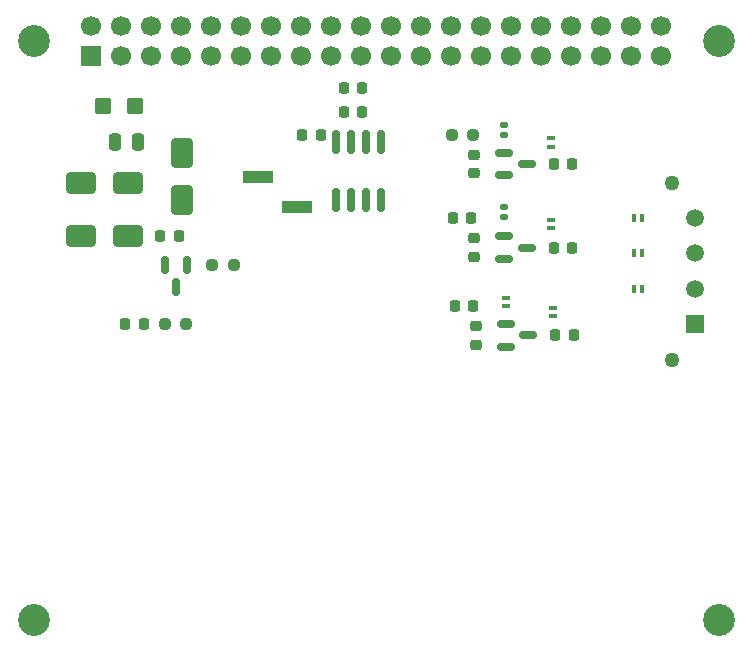
<source format=gts>
G04 #@! TF.GenerationSoftware,KiCad,Pcbnew,9.0.7*
G04 #@! TF.CreationDate,2026-02-28T23:28:59+02:00*
G04 #@! TF.ProjectId,S-PCBASSY-001-01,532d5043-4241-4535-9359-2d3030312d30,rev?*
G04 #@! TF.SameCoordinates,Original*
G04 #@! TF.FileFunction,Soldermask,Top*
G04 #@! TF.FilePolarity,Negative*
%FSLAX46Y46*%
G04 Gerber Fmt 4.6, Leading zero omitted, Abs format (unit mm)*
G04 Created by KiCad (PCBNEW 9.0.7) date 2026-02-28 23:28:59*
%MOMM*%
%LPD*%
G01*
G04 APERTURE LIST*
G04 Aperture macros list*
%AMRoundRect*
0 Rectangle with rounded corners*
0 $1 Rounding radius*
0 $2 $3 $4 $5 $6 $7 $8 $9 X,Y pos of 4 corners*
0 Add a 4 corners polygon primitive as box body*
4,1,4,$2,$3,$4,$5,$6,$7,$8,$9,$2,$3,0*
0 Add four circle primitives for the rounded corners*
1,1,$1+$1,$2,$3*
1,1,$1+$1,$4,$5*
1,1,$1+$1,$6,$7*
1,1,$1+$1,$8,$9*
0 Add four rect primitives between the rounded corners*
20,1,$1+$1,$2,$3,$4,$5,0*
20,1,$1+$1,$4,$5,$6,$7,0*
20,1,$1+$1,$6,$7,$8,$9,0*
20,1,$1+$1,$8,$9,$2,$3,0*%
G04 Aperture macros list end*
%ADD10RoundRect,0.225000X-0.225000X-0.250000X0.225000X-0.250000X0.225000X0.250000X-0.225000X0.250000X0*%
%ADD11C,1.270000*%
%ADD12R,1.520000X1.520000*%
%ADD13C,1.520000*%
%ADD14C,2.700000*%
%ADD15RoundRect,0.250000X1.000000X0.650000X-1.000000X0.650000X-1.000000X-0.650000X1.000000X-0.650000X0*%
%ADD16RoundRect,0.150000X-0.150000X0.587500X-0.150000X-0.587500X0.150000X-0.587500X0.150000X0.587500X0*%
%ADD17RoundRect,0.237500X-0.250000X-0.237500X0.250000X-0.237500X0.250000X0.237500X-0.250000X0.237500X0*%
%ADD18RoundRect,0.125000X0.225000X-0.125000X0.225000X0.125000X-0.225000X0.125000X-0.225000X-0.125000X0*%
%ADD19RoundRect,0.050000X0.150000X0.300000X-0.150000X0.300000X-0.150000X-0.300000X0.150000X-0.300000X0*%
%ADD20RoundRect,0.225000X0.250000X-0.225000X0.250000X0.225000X-0.250000X0.225000X-0.250000X-0.225000X0*%
%ADD21RoundRect,0.050000X0.300000X-0.150000X0.300000X0.150000X-0.300000X0.150000X-0.300000X-0.150000X0*%
%ADD22RoundRect,0.225000X0.225000X0.250000X-0.225000X0.250000X-0.225000X-0.250000X0.225000X-0.250000X0*%
%ADD23RoundRect,0.218750X-0.218750X-0.256250X0.218750X-0.256250X0.218750X0.256250X-0.218750X0.256250X0*%
%ADD24R,2.510000X1.000000*%
%ADD25RoundRect,0.237500X0.250000X0.237500X-0.250000X0.237500X-0.250000X-0.237500X0.250000X-0.237500X0*%
%ADD26RoundRect,0.250000X-0.650000X1.000000X-0.650000X-1.000000X0.650000X-1.000000X0.650000X1.000000X0*%
%ADD27RoundRect,0.150000X-0.587500X-0.150000X0.587500X-0.150000X0.587500X0.150000X-0.587500X0.150000X0*%
%ADD28RoundRect,0.250000X0.250000X0.475000X-0.250000X0.475000X-0.250000X-0.475000X0.250000X-0.475000X0*%
%ADD29RoundRect,0.150000X0.150000X-0.825000X0.150000X0.825000X-0.150000X0.825000X-0.150000X-0.825000X0*%
%ADD30RoundRect,0.250000X0.457500X0.445000X-0.457500X0.445000X-0.457500X-0.445000X0.457500X-0.445000X0*%
%ADD31C,1.700000*%
%ADD32R,1.700000X1.700000*%
G04 APERTURE END LIST*
D10*
X147662500Y-72450000D03*
X149212500Y-72450000D03*
D11*
X157540000Y-59500000D03*
X157540000Y-74500000D03*
D12*
X159500000Y-71500000D03*
D13*
X159500000Y-68500000D03*
X159500000Y-65500000D03*
X159500000Y-62500000D03*
D14*
X161500000Y-47500000D03*
D15*
X111500000Y-59500000D03*
X107500000Y-59500000D03*
D16*
X116500000Y-66500000D03*
X114600000Y-66500000D03*
X115550000Y-68375000D03*
D10*
X147500000Y-65000000D03*
X149050000Y-65000000D03*
D17*
X118587500Y-66500000D03*
X120412500Y-66500000D03*
D18*
X143275000Y-55450000D03*
X143275000Y-54650000D03*
D19*
X155000000Y-62500000D03*
X154300000Y-62500000D03*
D20*
X140775000Y-65775000D03*
X140775000Y-64225000D03*
D18*
X143275000Y-62400000D03*
X143275000Y-61600000D03*
D21*
X143437500Y-69950000D03*
X143437500Y-69250000D03*
D22*
X127775000Y-55500000D03*
X126225000Y-55500000D03*
D21*
X147275000Y-63350000D03*
X147275000Y-62650000D03*
D19*
X155000000Y-65500000D03*
X154300000Y-65500000D03*
D23*
X111212500Y-71500000D03*
X112787500Y-71500000D03*
D10*
X139000000Y-62500000D03*
X140550000Y-62500000D03*
D20*
X140937500Y-73225000D03*
X140937500Y-71675000D03*
D19*
X155000000Y-68500000D03*
X154300000Y-68500000D03*
D23*
X114212500Y-64000000D03*
X115787500Y-64000000D03*
D10*
X147500000Y-57950000D03*
X149050000Y-57950000D03*
D14*
X103500000Y-96500000D03*
X103500000Y-47500000D03*
D24*
X125810000Y-61540000D03*
X122500000Y-59000000D03*
D25*
X116412500Y-71500000D03*
X114587500Y-71500000D03*
D17*
X138862500Y-55450000D03*
X140687500Y-55450000D03*
D20*
X140775000Y-58725000D03*
X140775000Y-57175000D03*
D26*
X116000000Y-57000000D03*
X116000000Y-61000000D03*
D10*
X129725000Y-51500000D03*
X131275000Y-51500000D03*
D27*
X143500000Y-71500000D03*
X143500000Y-73400000D03*
X145375000Y-72450000D03*
D10*
X139162500Y-69950000D03*
X140712500Y-69950000D03*
D14*
X161500000Y-96500000D03*
D27*
X143337500Y-57000000D03*
X143337500Y-58900000D03*
X145212500Y-57950000D03*
X143337500Y-64050000D03*
X143337500Y-65950000D03*
X145212500Y-65000000D03*
D28*
X112295000Y-56050000D03*
X110395000Y-56050000D03*
D29*
X129095000Y-60975000D03*
X130365000Y-60975000D03*
X131635000Y-60975000D03*
X132905000Y-60975000D03*
X132905000Y-56025000D03*
X131635000Y-56025000D03*
X130365000Y-56025000D03*
X129095000Y-56025000D03*
D21*
X147437500Y-70800000D03*
X147437500Y-70100000D03*
D15*
X111500000Y-64050000D03*
X107500000Y-64050000D03*
D10*
X129725000Y-53500000D03*
X131275000Y-53500000D03*
D30*
X112042500Y-53050000D03*
X109337500Y-53050000D03*
D21*
X147275000Y-56450000D03*
X147275000Y-55750000D03*
D31*
X156630000Y-46230000D03*
X156630000Y-48770000D03*
X154090000Y-46230000D03*
X154090000Y-48770000D03*
X151550000Y-46230000D03*
X151550000Y-48770000D03*
X149010000Y-46230000D03*
X149010000Y-48770000D03*
X146470000Y-46230000D03*
X146470000Y-48770000D03*
X143930000Y-46230000D03*
X143930000Y-48770000D03*
X141390000Y-46230000D03*
X141390000Y-48770000D03*
X138850000Y-46230000D03*
X138850000Y-48770000D03*
X136310000Y-46230000D03*
X136310000Y-48770000D03*
X133770000Y-46230000D03*
X133770000Y-48770000D03*
X131230000Y-46230000D03*
X131230000Y-48770000D03*
X128690000Y-46230000D03*
X128690000Y-48770000D03*
X126150000Y-46230000D03*
X126150000Y-48770000D03*
X123610000Y-46230000D03*
X123610000Y-48770000D03*
X121070000Y-46230000D03*
X121070000Y-48770000D03*
X118530000Y-46230000D03*
X118530000Y-48770000D03*
X115990000Y-46230000D03*
X115990000Y-48770000D03*
X113450000Y-46230000D03*
X113450000Y-48770000D03*
X110910000Y-46230000D03*
X110910000Y-48770000D03*
X108370000Y-46230000D03*
D32*
X108370000Y-48770000D03*
M02*

</source>
